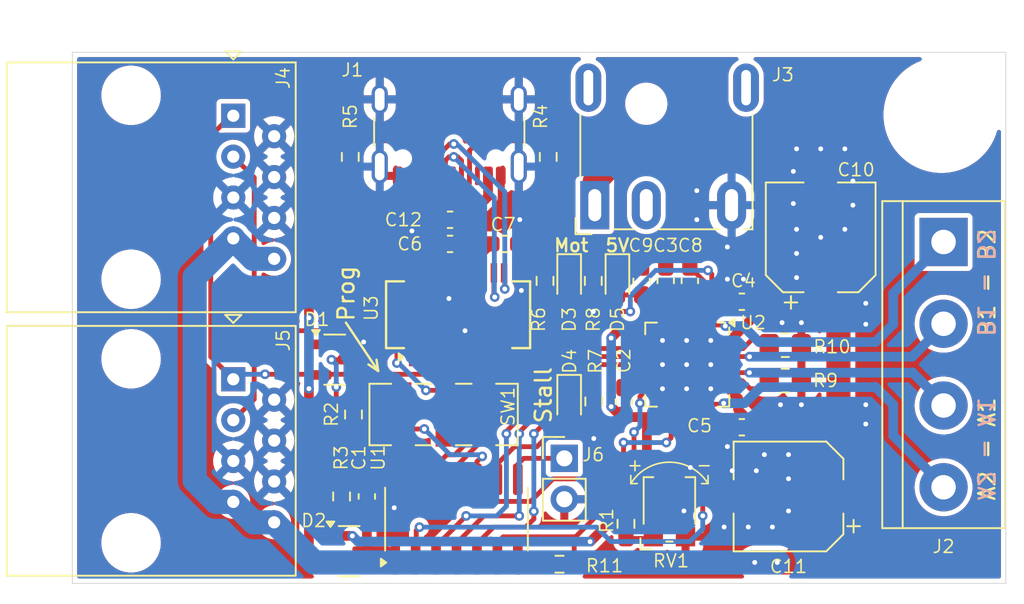
<source format=kicad_pcb>
(kicad_pcb (version 20240108) (generator "pcbnew") (generator_version "8.0")
  (layers (0 "F.Cu" signal) (31 "B.Cu" signal) (34 "B.Paste" user) (35 "F.Paste" user) (36 "B.SilkS" user "B.Silkscreen") (37 "F.SilkS" user "F.Silkscreen") (38 "B.Mask" user) (39 "F.Mask" user) (44 "Edge.Cuts" user))
  (net 0 "")
  (net 1 "GND")
  (net 2 "+5V")
  (net 3 "Net-(U2-VCP)")
  (net 4 "Vdrive")
  (net 5 "VBUS")
  (net 6 "Net-(U3-3V3OUT)")
  (net 7 "Net-(U2-CPO)")
  (net 8 "Net-(U2-CPI)")
  (net 9 "/host_rx")
  (net 10 "/uc_tx_pull")
  (net 11 "/mot_enable")
  (net 12 "VCC")
  (net 13 "Net-(D3-K)")
  (net 14 "/stall")
  (net 15 "Net-(D4-K)")
  (net 17 "Net-(J1-CC2)")
  (net 18 "/usb_n")
  (net 19 "/usb_p")
  (net 20 "Net-(J1-CC1)")
  (net 22 "/mot_a2")
  (net 23 "/mot_b2")
  (net 24 "/mot_a1")
  (net 25 "/mot_b1")
  (net 26 "/host_tx")
  (net 27 "/home")
  (net 28 "Net-(R1-Pad2)")
  (net 29 "/updi")
  (net 30 "Net-(SW1B-C)")
  (net 31 "Net-(U2-BRA)")
  (net 32 "Net-(U2-BRB)")
  (net 33 "/mot_uart")
  (net 34 "Net-(U1-PB2)")
  (net 35 "Net-(U2-VREF)")
  (net 36 "/uc_tx")
  (net 37 "/uc_rx")
  (net 38 "/dir")
  (net 39 "/step")
  (net 54 "/ms1")
  (net 55 "/ms2")
  (net 57 "Net-(D5-K)")
  (footprint "Package_TO_SOT_SMD:SOT-23" (layer "F.Cu") (at 53.3 48.1)
    (property "Reference" "D1")
    (property "Value" "BAT54C")
  )
  (footprint "Package_SO:SOIC-14_3.9x8.7mm_P1.27mm" (layer "F.Cu") (at 60.87 58.0075 90)
    (property "Reference" "U1")
    (property "Value" "ATtiny814-SS")
  )
  (footprint "LED_SMD:LED_0603_1608Metric_Pad1.05x0.95mm_HandSolder" (layer "F.Cu") (at 67.87 43.2075 -90)
    (property "Reference" "D3")
    (property "Value" "150060GS75000")
  )
  (footprint "Resistor_SMD:R_0603_1608Metric_Pad0.98x0.95mm_HandSolder" (layer "F.Cu") (at 66.37 43.2075 -90)
    (property "Reference" "R6")
    (property "Value" "10k")
  )
  (footprint "Capacitor_SMD:C_0603_1608Metric_Pad1.08x0.95mm_HandSolder" (layer "F.Cu") (at 55.3 56.6 -90)
    (property "Reference" "C1")
    (property "Value" "100n")
  )
  (footprint "Capacitor_SMD:C_0603_1608Metric_Pad1.08x0.95mm_HandSolder" (layer "F.Cu") (at 60.47 40.9075)
    (property "Reference" "C6")
    (property "Value" "100n")
  )
  (footprint "Resistor_SMD:R_0603_1608Metric_Pad0.98x0.95mm_HandSolder" (layer "F.Cu") (at 54.47 51.5075 90)
    (property "Reference" "R2")
    (property "Value" "1k")
  )
  (footprint "Resistor_SMD:R_0603_1608Metric_Pad0.98x0.95mm_HandSolder" (layer "F.Cu") (at 69.37 43.2075 -90)
    (property "Reference" "R8")
    (property "Value" "10k")
  )
  (footprint "Resistor_SMD:R_0603_1608Metric_Pad0.98x0.95mm_HandSolder" (layer "F.Cu") (at 71.4 58.3 -90)
    (property "Reference" "R1")
    (property "Value" "10k")
  )
  (footprint "Capacitor_SMD:C_0603_1608Metric_Pad1.08x0.95mm_HandSolder" (layer "F.Cu") (at 63.87 40.9075 180)
    (property "Reference" "C7")
    (property "Value" "100n")
  )
  (footprint "Package_TO_SOT_SMD:SOT-23" (layer "F.Cu") (at 54.2 60)
    (property "Reference" "D2")
    (property "Value" "BAT54C")
  )
  (footprint "Connector_BarrelJack:BarrelJack_CUI_PJ-079BH_Horizontal" (layer "F.Cu") (at 69.4625 38.5 180)
    (property "Reference" "J3")
    (property "Value" "Barrel_Jack")
  )
  (footprint "Resistor_SMD:R_0805_2012Metric_Pad1.20x1.40mm_HandSolder" (layer "F.Cu") (at 81.3 49.4)
    (property "Reference" "R9")
    (property "Value" "100m")
  )
  (footprint "Capacitor_SMD:C_0603_1608Metric_Pad1.08x0.95mm_HandSolder" (layer "F.Cu") (at 71.27 50.7 -90)
    (property "Reference" "C2")
    (property "Value" "100n")
  )
  (footprint "TerminalBlock:TerminalBlock_bornier-4_P5.08mm" (layer "F.Cu") (at 91.133782 40.788717 -90)
    (property "Reference" "J2")
    (property "Value" "Screw_Terminal_01x04")
  )
  (footprint "Connector_PinHeader_2.54mm:PinHeader_1x02_P2.54mm_Vertical" (layer "F.Cu") (at 67.57 54.2325)
    (property "Reference" "J6")
    (property "Value" "Conn_01x02")
  )
  (footprint "LED_SMD:LED_0603_1608Metric_Pad1.05x0.95mm_HandSolder" (layer "F.Cu") (at 70.87 43.2075 -90)
    (property "Reference" "D5")
    (property "Value" "150060GS75000")
  )
  (footprint "Package_DFN_QFN:QFN-28-1EP_5x5mm_P0.5mm_EP3.75x3.75mm" (layer "F.Cu") (at 75.2075 48.4075 -90)
    (property "Reference" "U2")
    (property "Value" "TMC2209-LA")
  )
  (footprint "Capacitor_SMD:C_0603_1608Metric_Pad1.08x0.95mm_HandSolder" (layer "F.Cu") (at 60.47 39.4075)
    (property "Reference" "C12")
    (property "Value" "2.2u")
  )
  (footprint "Capacitor_SMD:CP_Elec_6.3x9.9" (layer "F.Cu") (at 83.5 40.5 90)
    (property "Reference" "C10")
    (property "Value" "100u")
  )
  (footprint "Capacitor_SMD:C_0603_1608Metric_Pad1.08x0.95mm_HandSolder" (layer "F.Cu") (at 78.6 44.5)
    (property "Reference" "C4")
    (property "Value" "100n")
  )
  (footprint "Capacitor_SMD:C_0603_1608Metric_Pad1.08x0.95mm_HandSolder" (layer "F.Cu") (at 73.87 43.2075 90)
    (property "Reference" "C3")
    (property "Value" "100n")
  )
  (footprint "Capacitor_SMD:CP_Elec_6.3x9.9" (layer "F.Cu") (at 81.5 56.6 180)
    (property "Reference" "C11")
    (property "Value" "100u")
  )
  (footprint "Connector_RJ:RJ45_Amphenol_54602-x08_Horizontal" (layer "F.Cu") (at 47 32.945 -90)
    (property "Reference" "J4")
    (property "Value" "54602-908LF")
  )
  (footprint "Resistor_SMD:R_0805_2012Metric_Pad1.20x1.40mm_HandSolder" (layer "F.Cu") (at 81.3 47.2)
    (property "Reference" "R10")
    (property "Value" "100m")
  )
  (footprint "Package_SO:SSOP-20_3.9x8.7mm_P0.635mm" (layer "F.Cu") (at 60.97 45.3075 90)
    (property "Reference" "U3")
    (property "Value" "FT231XS")
  )
  (footprint "Resistor_SMD:R_0603_1608Metric_Pad0.98x0.95mm_HandSolder" (layer "F.Cu") (at 66.57 35.5 -90)
    (property "Reference" "R4")
    (property "Value" "5.1k")
  )
  (footprint "LED_SMD:LED_0603_1608Metric_Pad1.05x0.95mm_HandSolder" (layer "F.Cu") (at 67.87 50.7075 -90)
    (property "Reference" "D4")
    (property "Value" "150060GS75000")
  )
  (footprint "Resistor_SMD:R_0603_1608Metric_Pad0.98x0.95mm_HandSolder" (layer "F.Cu") (at 54.27 35.5 -90)
    (property "Reference" "R5")
    (property "Value" "5.1k")
  )
  (footprint "Connector_USB:USB_C_Receptacle_GCT_USB4105-xx-A_16P_TopMnt_Horizontal" (layer "F.Cu") (at 60.42 33 180)
    (property "Reference" "J1")
    (property "Value" "USB_C_Receptacle_USB2.0_16P")
  )
  (footprint "Resistor_SMD:R_0603_1608Metric_Pad0.98x0.95mm_HandSolder" (layer "F.Cu") (at 69.4 50.7 -90)
    (property "Reference" "R7")
    (property "Value" "10k")
  )
  (footprint "Resistor_SMD:R_0603_1608Metric_Pad0.98x0.95mm_HandSolder" (layer "F.Cu") (at 67.27 60.8075 180)
    (property "Reference" "R11")
    (property "Value" "1k")
  )
  (footprint "Potentiometer_SMD:Potentiometer_Bourns_TC33X_Vertical" (layer "F.Cu") (at 74.1 57.3 90)
    (property "Reference" "RV1")
    (property "Value" "10k")
  )
  (footprint "Button_Switch_SMD:SW_DPDT_CK_JS202011JCQN" (layer "F.Cu") (at 60.07 51.5075 180)
    (property "Reference" "SW1")
    (property "Value" "JS202011JCQN")
  )
  (footprint "MountingHole:MountingHole_3.2mm_M3_DIN965" (layer "F.Cu") (at 91 32.9)
    (property "Reference" "H1" (hide yes))
    (property "Value" "MountingHole")
  )
  (footprint "Capacitor_SMD:C_0603_1608Metric_Pad1.08x0.95mm_HandSolder" (layer "F.Cu") (at 72.37 43.2075 -90)
    (property "Reference" "C9")
    (property "Value" "2.2u")
  )
  (footprint "Capacitor_SMD:C_0603_1608Metric_Pad1.08x0.95mm_HandSolder" (layer "F.Cu") (at 78.6 52.3)
    (property "Reference" "C5")
    (property "Value" "100n")
  )
  (footprint "Resistor_SMD:R_0603_1608Metric_Pad0.98x0.95mm_HandSolder" (layer "F.Cu") (at 53.73 56.6 90)
    (property "Reference" "R3")
    (property "Value" "10k")
  )
  (footprint "Capacitor_SMD:C_0603_1608Metric_Pad1.08x0.95mm_HandSolder" (layer "F.Cu") (at 75.37 43.2075 -90)
    (property "Reference" "C8")
    (property "Value" "22n")
  )
  (footprint "Connector_RJ:RJ45_Amphenol_54602-x08_Horizontal" (layer "F.Cu") (at 47 49.3175 -90)
    (property "Reference" "J5")
    (property "Value" "54602-908LF")
  )
  (gr_line (start 56 48.8) (end 55.9 48.1) (stroke (width 0.15)) (layer "F.SilkS"))
  (gr_line (start 76.5 55.8) (end 76.1 55.8) (stroke (width 0.1)) (layer "F.SilkS"))
  (gr_line (start 56 48.8) (end 55.4 48.4) (stroke (width 0.15)) (layer "F.SilkS"))
  (gr_line (start 76.5 55.8) (end 76.5 55.3) (stroke (width 0.1)) (layer "F.SilkS"))
  (gr_line (start 71.7 55.8) (end 72.1 55.8) (stroke (width 0.1)) (layer "F.SilkS"))
  (gr_line (start 71.7 55.8) (end 71.7 55.3) (stroke (width 0.1)) (layer "F.SilkS"))
  (gr_arc (start 71.7 55.8) (mid 74.1 54.469806) (end 76.5 55.8) (stroke (width 0.1)) (layer "F.SilkS"))
  (gr_line (start 54 45.8) (end 56 48.8) (stroke (width 0.15)) (layer "F.SilkS"))
  (gr_line (start 37 62) (end 37 29) (stroke (width 0.05)) (layer "Edge.Cuts"))
  (gr_line (start 95 62) (end 37 62) (stroke (width 0.05)) (layer "Edge.Cuts"))
  (gr_line (start 95 29) (end 95 62) (stroke (width 0.05)) (layer "Edge.Cuts"))
  (gr_line (start 37 29) (end 95 29) (stroke (width 0.05)) (layer "Edge.Cuts"))
  (gr_text "+" (at 71.4 55.1 0) (layer "F.SilkS") (effects (font (size 0.8 0.8) (thickness 0.1)) (justify left bottom)))
  (gr_text "Prog" (at 54.6 45.8 90) (layer "F.SilkS") (effects (font (size 1 1)) (justify left bottom)))
  (gr_text "-" (at 75.7 55.1 0) (layer "F.SilkS") (effects (font (size 0.8 0.8) (thickness 0.1)) (justify left bottom)))
  (segment (start 74.2075 49.4075) (end 75.2075 48.4075) (width 0.3) (layer "F.Cu") (net 1))
  (segment (start 75.7075 47.9075) (end 75.2075 48.4075) (width 0.3) (layer "F.Cu") (net 1))
  (segment (start 71.8075 49.4075) (end 71.27 49.945) (width 0.3) (layer "F.Cu") (net 1))
  (segment (start 69.37 44.12) (end 69.37 45.1075) (width 0.6) (layer "F.Cu") (net 1))
  (segment (start 55.3 55.7375) (end 55.505 55.5325) (width 0.6) (layer "F.Cu") (net 1))
  (segment (start 72.745 49.4075) (end 71.8075 49.4075) (width 0.3) (layer "F.Cu") (net 1))
  (segment (start 75.7075 45.945) (end 75.7075 47.9075) (width 0.3) (layer "F.Cu") (net 1))
  (segment (start 55.505 55.5325) (end 57.06 55.5325) (width 0.6) (layer "F.Cu") (net 1))
  (segment (start 75.2075 50.87) (end 75.2075 48.4075) (width 0.3) (layer "F.Cu") (net 1))
  (segment (start 72.745 49.4075) (end 74.2075 49.4075) (width 0.3) (layer "F.Cu") (net 1))
  (via (at 82 35) (size 0.6) (drill 0.3) (layers "F.Cu" "B.Cu") (net 1))
  (via (at 82.3 45.8) (size 0.6) (drill 0.3) (layers "F.Cu" "B.Cu") (net 1))
  (via (at 55.1 47) (size 0.6) (drill 0.3) (layers "F.Cu" "B.Cu") (net 1))
  (via (at 86.3 45.9) (size 0.6) (drill 0.3) (layers "F.Cu" "B.Cu") (net 1))
  (via (at 85.5 38.5) (size 0.6) (drill 0.3) (layers "F.Cu" "B.Cu") (net 1))
  (via (at 81.5 55.5) (size 0.6) (drill 0.3) (layers "F.Cu" "B.Cu") (net 1))
  (via (at 86.3 52.1) (size 0.6) (drill 0.3) (layers "F.Cu" "B.Cu") (net 1))
  (via (at 76.67 48.4075) (size 0.6) (drill 0.3) (layers "F.Cu" "B.Cu") (net 1))
  (via (at 79.5 55) (size 0.6) (drill 0.3) (layers "F.Cu" "B.Cu") (net 1))
  (via (at 81.8 38.4) (size 0.6) (drill 0.3) (layers "F.Cu" "B.Cu") (net 1))
  (via (at 57 57.3) (size 0.6) (drill 0.3) (layers "F.Cu" "B.Cu") (net 1))
  (via (at 83.5 40.5) (size 0.6) (drill 0.3) (layers "F.Cu" "B.Cu") (net 1))
  (via (at 81.8 36.4) (size 0.6) (drill 0.3) (layers "F.Cu" "B.Cu") (net 1))
  (via (at 69.37 45.1075) (size 0.6) (drill 0.3) (layers "F.Cu" "B.Cu") (net 1))
  (via (at 77.5 58.5) (size 0.6) (drill 0.3) (layers "F.Cu" "B.Cu") (net 1))
  (via (at 75.8 39.4) (size 0.6) (drill 0.3) (layers "F.Cu" "B.Cu") (net 1))
  (via (at 58.1 40.1) (size 0.6) (drill 0.3) (layers "F.Cu" "B.Cu") (net 1))
  (via (at 81 50.9) (size 0.6) (drill 0.3) (layers "F.Cu" "B.Cu") (net 1))
  (via (at 81.5 54) (size 0.6) (drill 0.3) (layers "F.Cu" "B.Cu") (net 1))
  (via (at 75.17 48.4075) (size 0.6) (drill 0.3) (layers "F.Cu" "B.Cu") (net 1))
  (via (at 82 43) (size 0.6) (drill 0.3) (layers "F.Cu" "B.Cu") (net 1))
  (via (at 78 55) (size 0.6) (drill 0.3) (layers "F.Cu" "B.Cu") (net 1))
  (via (at 75.17 46.9075) (size 0.6) (drill 0.3) (layers "F.Cu" "B.Cu") (net 1))
  (via (at 73.67 46.9075) (size 0.6) (drill 0.3) (layers "F.Cu" "B.Cu") (net 1))
  (via (at 64.8 39.4) (size 0.6) (drill 0.3) (layers "F.Cu" "B.Cu") (net 1))
  (via (at 79 58.5) (size 0.6) (drill 0.3) (layers "F.Cu" "B.Cu") (net 1))
  (via (at 80 54) (size 0.6) (drill 0.3) (layers "F.Cu" "B.Cu") (net 1))
  (via (at 75 57.5) (size 0.6) (drill 0.3) (layers "F.Cu" "B.Cu") (net 1))
  (via (at 77.7 41.1) (size 0.6) (drill 0.3) (layers "F.Cu" "B.Cu") (net 1))
  (via (at 85 35) (size 0.6) (drill 0.3) (layers "F.Cu" "B.Cu") (net 1))
  (via (at 75.17 49.9075) (size 0.6) (drill 0.3) (layers "F.Cu" "B.Cu") (net 1))
  (via (at 82.3 50.9) (size 0.6) (drill 0.3) (layers "F.Cu" "B.Cu") (net 1))
  (via (at 81.5 57.5) (size 0.6) (drill 0.3) (layers "F.Cu" "B.Cu") (net 1))
  (via (at 73.67 48.4075) (size 0.6) (drill 0.3) (layers "F.Cu" "B.Cu") (net 1))
  (via (at 76.67 49.9075) (size 0.6) (drill 0.3) (layers "F.Cu" "B.Cu") (net 1))
  (via (at 80.5 58.5) (size 0.6) (drill 0.3) (layers "F.Cu" "B.Cu") (net 1))
  (via (at 73.67 49.9075) (size 0.6) (drill 0.3) (layers "F.Cu" "B.Cu") (net 1))
  (via (at 61.4 46.3) (size 0.6) (drill 0.3) (layers "F.Cu" "B.Cu") (net 1))
  (via (at 75.8 37.6) (size 0.6) (drill 0.3) (layers "F.Cu" "B.Cu") (net 1))
  (via (at 86.3 44.6) (size 0.6) (drill 0.3) (layers "F.Cu" "B.Cu") (net 1))
  (via (at 69.4 53) (size 0.6) (drill 0.3) (layers "F.Cu" "B.Cu") (net 1))
  (via (at 77.7 43.1) (size 0.6) (drill 0.3) (layers "F.Cu" "B.Cu") (net 1))
  (via (at 82 41.5) (size 0.6) (drill 0.3) (layers "F.Cu" "B.Cu") (net 1))
  (via (at 81.1 45.8) (size 0.6) (drill 0.3) (layers "F.Cu" "B.Cu") (net 1))
  (via (at 83.5 35) (size 0.6) (drill 0.3) (layers "F.Cu" "B.Cu") (net 1))
  (via (at 77.7 53.5) (size 0.6) (drill 0.3) (layers "F.Cu" "B.Cu") (net 1))
  (via (at 82 40) (size 0.6) (drill 0.3) (layers "F.Cu" "B.Cu") (net 1))
  (via (at 85.5 37) (size 0.6) (drill 0.3) (layers "F.Cu" "B.Cu") (net 1))
  (via (at 86.3 50.9) (size 0.6) (drill 0.3) (layers "F.Cu" "B.Cu") (net 1))
  (via (at 85 40) (size 0.6) (drill 0.3) (layers "F.Cu" "B.Cu") (net 1))
  (via (at 64.9 43.8) (size 0.6) (drill 0.3) (layers "F.Cu" "B.Cu") (net 1))
  (via (at 78.7 43.1) (size 0.6) (drill 0.3) (layers "F.Cu" "B.Cu") (net 1))
  (via (at 76.67 46.9075) (size 0.6) (drill 0.3) (layers "F.Cu" "B.Cu") (net 1))
  (via (at 60.4 44.3) (size 0.6) (drill 0.3) (layers "F.Cu" "B.Cu") (net 1))
  (via (at 75.4 54.8) (size 0.6) (drill 0.3) (layers "F.Cu" "B.Cu") (net 1))
  (segment (start 72.8075 44.945) (end 72.8075 46.1075) (width 0.6) (layer "F.Cu") (net 2))
  (segment (start 54.4 59.05) (end 53.2625 59.05) (width 0.6) (layer "F.Cu") (net 2))
  (segment (start 72.37 44.5075) (end 72.8075 44.945) (width 0.6) (layer "F.Cu") (net 2))
  (segment (start 70.48019 51.01769) (end 71.1325 51.67) (width 0.6) (layer "F.Cu") (net 2))
  (segment (start 70.87 44.0825) (end 72.3575 44.0825) (width 0.3) (layer "F.Cu") (net 2))
  (segment (start 71.13019 46.1075) (end 72.8075 46.1075) (width 0.6) (layer "F.Cu") (net 2))
  (segment (start 72.8075 51.67) (end 73.47 51.0075) (width 0.6) (layer "F.Cu") (net 2))
  (segment (start 72.3575 44.0825) (end 72.37 44.07) (width 0.3) (layer "F.Cu") (net 2))
  (segment (start 69.1925 59.4075) (end 72.7 55.9) (width 0.6) (layer "F.Cu") (net 2))
  (segment (start 72.7 55.9) (end 72.7 51.67) (width 0.6) (layer "F.Cu") (net 2))
  (segment (start 70.48019 46.7575) (end 71.13019 46.1075) (width 0.6) (layer "F.Cu") (net 2))
  (segment (start 72.7 51.67) (end 71.27 51.67) (width 0.6) (layer "F.Cu") (net 2))
  (segment (start 71.27 51.67) (end 72.8075 51.67) (width 0.6) (layer "F.Cu") (net 2))
  (segment (start 71.1325 51.67) (end 71.27 51.67) (width 0.6) (layer "F.Cu") (net 2))
  (segment (start 69.17 59.4075) (end 69.1925 59.4075) (width 0.6) (layer "F.Cu") (net 2))
  (segment (start 72.8075 46.1075) (end 72.8075 46.7075) (width 0.6) (layer "F.Cu") (net 2))
  (segment (start 72.37 44.07) (end 72.37 44.5075) (width 0.6) (layer "F.Cu") (net 2))
  (via (at 70.48019 46.7575) (size 0.6) (drill 0.3) (layers "F.Cu" "B.Cu") (net 2))
  (via (at 70.48019 51.01769) (size 0.6) (drill 0.3) (layers "F.Cu" "B.Cu") (net 2))
  (via (at 69.17 59.4075) (size 0.6) (drill 0.3) (layers "F.Cu" "B.Cu") (net 2))
  (via (at 54.4 59.05) (size 0.6) (drill 0.3) (layers "F.Cu" "B.Cu") (net 2))
  (segment (start 54.75 59.4) (end 63 59.4) (width 0.6) (layer "B.Cu") (net 2))
  (segment (start 70.48019 46.7575) (end 70.48019 51.01769) (width 0.6) (layer "B.Cu") (net 2))
  (segment (start 54.4 59.05) (end 54.75 59.4) (width 0.6) (layer "B.Cu") (net 2))
  (segment (start 63 59.4) (end 63.0075 59.4075) (width 0.6) (layer "B.Cu") (net 2))
  (segment (start 63.0075 59.4075) (end 69.17 59.4075) (width 0.6) (layer "B.Cu") (net 2))
  (segment (start 74.2075 44.4075) (end 73.87 44.07) (width 0.3) (layer "F.Cu") (net 3))
  (segment (start 73.77 44.17) (end 73.87 44.07) (width 0.3) (layer "F.Cu") (net 3))
  (segment (start 74.2075 45.945) (end 74.2075 44.4075) (width 0.3) (layer "F.Cu") (net 3))
  (segment (start 83.8 58.6) (end 81.7 60.7) (width 1.5) (layer "F.Cu") (net 4))
  (segment (start 78.37 51.2075) (end 78.37 50.5075) (width 0.6) (layer "F.Cu") (net 4))
  (segment (start 79.4625 45.315) (end 78.07 46.7075) (width 0.6) (layer "F.Cu") (net 4))
  (segment (start 84.6 51.5) (end 84.6 45.2) (width 1.5) (layer "F.Cu") (net 4))
  (segment (start 83.85 56.35) (end 83.8 56.4) (width 1.5) (layer "F.Cu") (net 4))
  (segment (start 83.9 44.5) (end 79.4625 44.5) (width 1.5) (layer "F.Cu") (net 4))
  (segment (start 73.9 35.6) (end 70.9 35.6) (width 1.5) (layer "F.Cu") (net 4))
  (segment (start 83.8 56.4) (end 83.8 58.6) (width 1.5) (layer "F.Cu") (net 4))
  (segment (start 73.87 42.345) (end 74.1 42.115) (width 0.3) (layer "F.Cu") (net 4))
  (segment (start 79.4625 44.5) (end 80.4 43.5625) (width 1.5) (layer "F.Cu") (net 4))
  (segment (start 80.8 60.7) (end 79.4 60.7) (width 1.5) (layer "F.Cu") (net 4))
  (segment (start 80.4 43.5625) (end 80.4 36.8) (width 1.5) (layer "F.Cu") (net 4))
  (segment (start 80.4 36.8) (end 79.2 35.6) (width 1.5) (layer "F.Cu") (net 4))
  (segment (start 74.1 42.115) (end 74.1 35.8) (width 0.3) (layer "F.Cu") (net 4))
  (segment (start 83.8 52.3) (end 84.6 51.5) (width 1.5) (layer "F.Cu") (net 4))
  (segment (start 81.7 60.7) (end 80.8 60.7) (width 1.5) (layer "F.Cu") (net 4))
  (segment (start 79.2 35.6) (end 73.9 35.6) (width 1.5) (layer "F.Cu") (net 4))
  (segment (start 83.8 52.3) (end 83.85 52.35) (width 1.5) (layer "F.Cu") (net 4))
  (segment (start 69.4625 37.0375) (end 69.4625 38.5) (width 1.5) (layer "F.Cu") (net 4))
  (segment (start 79.4625 44.5) (end 79.4625 45.315) (width 0.6) (layer "F.Cu") (net 4))
  (segment (start 83.85 52.35) (end 83.85 56.35) (width 1.5) (layer "F.Cu") (net 4))
  (segment (start 83.8 52.3) (end 79.4625 52.3) (width 1) (layer "F.Cu") (net 4))
  (segment (start 79.4625 52.3) (end 78.37 51.2075) (width 0.6) (layer "F.Cu") (net 4))
  (segment (start 74.1 35.8) (end 73.9 35.6) (width 0.3) (layer "F.Cu") (net 4))
  (segment (start 84.6 45.2) (end 83.9 44.5) (width 1.5) (layer "F.Cu") (net 4))
  (segment (start 70.9 35.6) (end 69.4625 37.0375) (width 1.5) (layer "F.Cu") (net 4))
  (segment (start 78.37 50.5075) (end 77.97 50.1075) (width 0.6) (layer "F.Cu") (net 4))
  (via (at 80.8 60.7) (size 0.6) (drill 0.3) (layers "F.Cu" "B.Cu") (net 4))
  (via (at 79.4 60.7) (size 0.6) (drill 0.3) (layers "F.Cu" "B.Cu") (net 4))
  (segment (start 48.235 41.835) (end 49.54 41.835) (width 1.5) (layer "B.Cu") (net 4))
  (segment (start 47 40.565) (end 47 40.6) (width 1.5) (layer "B.Cu") (net 4))
  (segment (start 80.8775 60.7) (end 52.0325 60.7) (width 1.5) (layer "B.Cu") (net 4))
  (segment (start 45.9375 56.9375) (end 44.6 55.6) (width 1.5) (layer "B.Cu") (net 4))
  (segment (start 52.0325 60.7) (end 49.54 58.2075) (width 1.5) (layer "B.Cu") (net 4))
  (segment (start 48.27 58.2075) (end 47 56.9375) (width 1.5) (layer "B.Cu") (net 4))
  (segment (start 49.54 58.2075) (end 48.27 58.2075) (width 1.5) (layer "B.Cu") (net 4))
  (segment (start 44.6 42.965) (end 47 40.565) (width 1.5) (layer "B.Cu") (net 4))
  (segment (start 47 56.9375) (end 45.9375 56.9375) (width 1.5) (layer "B.Cu") (net 4))
  (segment (start 44.6 55.6) (end 44.6 42.965) (width 1.5) (layer "B.Cu") (net 4))
  (segment (start 47 40.6) (end 48.235 41.835) (width 1.5) (layer "B.Cu") (net 4))
  (segment (start 53.0275 38.3725) (end 58.735 38.3725) (width 0.6) (layer "F.Cu") (net 5))
  (segment (start 58.0325 37.67) (end 58.735 38.3725) (width 0.6) (layer "F.Cu") (net 5))
  (segment (start 58.735 38.3725) (end 61.37 38.3725) (width 0.6) (layer "F.Cu") (net 5))
  (segment (start 61.3325 38.41) (end 61.37 38.3725) (width 0.6) (layer "F.Cu") (net 5))
  (segment (start 51.7 60.4) (end 51.7 49.9) (width 0.6) (layer "F.Cu") (net 5))
  (segment (start 62.4325 38.3725) (end 62.8325 37.9725) (width 0.6) (layer "F.Cu") (net 5))
  (segment (start 51.7 39.7) (end 53.0275 38.3725) (width 0.6) (layer "F.Cu") (net 5))
  (segment (start 61.2875 42.7075) (end 61.2875 40.9525) (width 0.3) (layer "F.Cu") (net 5))
  (segment (start 61.2875 40.9525) (end 61.3325 40.9075) (width 0.3) (layer "F.Cu") (net 5))
  (segment (start 62.8325 37.9725) (end 62.8325 36.555) (width 0.6) (layer "F.Cu") (net 5))
  (segment (start 58.0325 36.555) (end 58.0325 37.67) (width 0.6) (layer "F.Cu") (net 5))
  (segment (start 61.3325 40.9075) (end 61.3325 39.4075) (width 0.6) (layer "F.Cu") (net 5))
  (segment (start 52.25 60.95) (end 51.7 60.4) (width 0.6) (layer "F.Cu") (net 5))
  (segment (start 61.37 38.3725) (end 62.4325 38.3725) (width 0.6) (layer "F.Cu") (net 5))
  (segment (start 53.2625 60.95) (end 52.25 60.95) (width 0.6) (layer "F.Cu") (net 5))
  (segment (start 51.7 45.5) (end 51.7 39.7) (width 0.6) (layer "F.Cu") (net 5))
  (segment (start 61.3325 39.4075) (end 61.3325 38.41) (width 0.6) (layer "F.Cu") (net 5))
  (via (at 51.7 45.5) (size 0.6) (drill 0.3) (layers "F.Cu" "B.Cu") (net 5))
  (via (at 51.7 49.9) (size 0.6) (drill 0.3) (layers "F.Cu" "B.Cu") (net 5))
  (segment (start 51.7 49.9) (end 51.7 45.5) (width 0.6) (layer "B.Cu") (net 5))
  (segment (start 62.27 42.5075) (end 62.27 41.645) (width 0.6) (layer "F.Cu") (net 6))
  (segment (start 62.27 42.5075) (end 62.27 43.9075) (width 0.3) (layer "F.Cu") (net 6))
  (segment (start 59.3825 46.795) (end 59.3825 47.9075) (width 0.3) (layer "F.Cu") (net 6))
  (segment (start 62.27 41.645) (end 63.0075 40.9075) (width 0.6) (layer "F.Cu") (net 6))
  (segment (start 62.27 43.9075) (end 59.3825 46.795) (width 0.3) (layer "F.Cu") (net 6))
  (segment (start 75.37 42.345) (end 76.2325 43.2075) (width 0.3) (layer "F.Cu") (net 7))
  (segment (start 76.2325 44.582432) (end 75.807432 45.0075) (width 0.3) (layer "F.Cu") (net 7))
  (segment (start 76.2325 43.2075) (end 76.2325 44.582432) (width 0.3) (layer "F.Cu") (net 7))
  (segment (start 75.2075 45.27) (end 75.2075 45.945) (width 0.3) (layer "F.Cu") (net 7))
  (segment (start 75.807432 45.0075) (end 75.47 45.0075) (width 0.3) (layer "F.Cu") (net 7))
  (segment (start 75.47 45.0075) (end 75.2075 45.27) (width 0.3) (layer "F.Cu") (net 7))
  (segment (start 74.7075 45.945) (end 74.7075 44.7325) (width 0.3) (layer "F.Cu") (net 8))
  (segment (start 74.7075 44.7325) (end 75.37 44.07) (width 0.3) (layer "F.Cu") (net 8))
  (segment (start 45.6 34.2) (end 45.6 47.9175) (width 0.3) (layer "F.Cu") (net 9))
  (segment (start 46.855 32.945) (end 45.6 34.2) (width 0.3) (layer "F.Cu") (net 9))
  (segment (start 45.6 47.9175) (end 47 49.3175) (width 0.3) (layer "F.Cu") (net 9))
  (segment (start 52.5 49.1875) (end 52.3625 49.05) (width 0.3) (layer "F.Cu") (net 9))
  (segment (start 60.0175 48.66) (end 59.67 49.0075) (width 0.3) (layer "F.Cu") (net 9))
  (segment (start 52.5 54.4575) (end 52.5 49.1875) (width 0.3) (layer "F.Cu") (net 9))
  (segment (start 59.67 49.0075) (end 52.67 49.0075) (width 0.3) (layer "F.Cu") (net 9))
  (segment (start 53.73 55.6875) (end 52.5 54.4575) (width 0.3) (layer "F.Cu") (net 9))
  (segment (start 47 32.945) (end 46.855 32.945) (width 0.3) (layer "F.Cu") (net 9))
  (segment (start 60.0175 47.9075) (end 60.0175 48.66) (width 0.3) (layer "F.Cu") (net 9))
  (segment (start 48.97 49.0075) (end 52.67 49.0075) (width 0.3) (layer "F.Cu") (net 9))
  (via (at 48.97 49.0075) (size 0.6) (drill 0.3) (layers "F.Cu" "B.Cu") (net 9))
  (segment (start 47.31 49.0075) (end 47 49.3175) (width 0.3) (layer "B.Cu") (net 9))
  (segment (start 48.97 49.0075) (end 47.31 49.0075) (width 0.3) (layer "B.Cu") (net 9))
  (segment (start 53.4 50.9) (end 53.4 49.8) (width 0.3) (layer "F.Cu") (net 10))
  (segment (start 59.2 51.5) (end 54 51.5) (width 0.3) (layer "F.Cu") (net 10))
  (segment (start 60.07 52.37) (end 59.2 51.5) (width 0.3) (layer "F.Cu") (net 10))
  (segment (start 54 51.5) (end 53.4 50.9) (width 0.3) (layer "F.Cu") (net 10))
  (segment (start 53.1 48.1) (end 54.2375 48.1) (width 0.3) (layer "F.Cu") (net 10))
  (segment (start 60.07 52.7075) (end 60.07 52.37) (width 0.3) (layer "F.Cu") (net 10))
  (via (at 53.4 49.8) (size 0.6) (drill 0.3) (layers "F.Cu" "B.Cu") (net 10))
  (via (at 53.1 48.1) (size 0.6) (drill 0.3) (layers "F.Cu" "B.Cu") (net 10))
  (segment (start 53.4 48.4) (end 53.4 49.8) (width 0.3) (layer "B.Cu") (net 10))
  (segment (start 53.1 48.1) (end 53.4 48.4) (width 0.3) (layer "B.Cu") (net 10))
  (segment (start 76.49554 42.5513) (end 76.7325 42.78826) (width 0.3) (layer "F.Cu") (net 11))
  (segment (start 76.2075 45.472404) (end 76.2075 45.945) (width 0.3) (layer "F.Cu") (net 11))
  (segment (start 68.850762 46.9075) (end 70.650762 45.1075) (width 0.3) (layer "F.Cu") (net 11))
  (segment (start 65.17 51.3575) (end 65.17 48.200394) (width 0.3) (layer "F.Cu") (net 11))
  (segment (start 65.17 48.200394) (end 66.462894 46.9075) (width 0.3) (layer "F.Cu") (net 11))
  (segment (start 67.87 44.0825) (end 67.87 46.9075) (width 0.3) (layer "F.Cu") (net 11))
  (segment (start 61.47 57.8075) (end 59.6 59.6775) (width 0.3) (layer "F.Cu") (net 11))
  (segment (start 76.7325 44.947404) (end 76.2075 45.472404) (width 0.3) (layer "F.Cu") (net 11))
  (segment (start 63.97 52.5575) (end 65.17 51.3575) (width 0.3) (layer "F.Cu") (net 11))
  (segment (start 66.462894 46.9075) (end 67.87 46.9075) (width 0.3) (layer "F.Cu") (net 11))
  (segment (start 70.650762 45.1075) (end 71.67 45.1075) (width 0.3) (layer "F.Cu") (net 11))
  (segment (start 67.87 46.9075) (end 68.850762 46.9075) (width 0.3) (layer "F.Cu") (net 11))
  (segment (start 63.97 52.7075) (end 63.97 52.5575) (width 0.3) (layer "F.Cu") (net 11))
  (segment (start 59.6 59.6775) (end 59.6 60.4825) (width 0.3) (layer "F.Cu") (net 11))
  (segment (start 76.7325 42.78826) (end 76.7325 44.947404) (width 0.3) (layer "F.Cu") (net 11))
  (via (at 61.47 57.8075) (size 0.6) (drill 0.3) (layers "F.Cu" "B.Cu") (net 11))
  (via (at 63.97 52.7075) (size 0.6) (drill 0.3) (layers "F.Cu" "B.Cu") (net 11))
  (via (at 71.67 45.1075) (size 0.6) (drill 0.3) (layers "F.Cu" "B.Cu") (net 11))
  (via (at 76.49554 42.5513) (size 0.6) (drill 0.3) (layers "F.Cu" "B.Cu") (net 11))
  (segment (start 63.37 57.8075) (end 63.97 57.2075) (width 0.3) (layer "B.Cu") (net 11))
  (segment (start 76.49554 42.5513) (end 73.2487 42.5513) (width 0.3) (layer "B.Cu") (net 11))
  (segment (start 73.2487 42.5513) (end 71.67 44.13) (width 0.3) (layer "B.Cu") (net 11))
  (segment (start 61.47 57.8075) (end 63.37 57.8075) (width 0.3) (layer "B.Cu") (net 11))
  (segment (start 71.67 44.13) (end 71.67 45.1075) (width 0.3) (layer "B.Cu") (net 11))
  (segment (start 63.97 57.2075) (end 63.97 52.7075) (width 0.3) (layer "B.Cu") (net 11))
  (segment (start 56.5775 60) (end 57.06 60.4825) (width 0.6) (layer "F.Cu") (net 12))
  (segment (start 55.1375 60) (end 56.5775 60) (width 0.6) (layer "F.Cu") (net 12))
  (segment (start 57.07 60.4725) (end 57.06 60.4825) (width 0.6) (layer "F.Cu") (net 12))
  (segment (start 55.3 57.4625) (end 53.78 57.4625) (width 0.6) (layer "F.Cu") (net 12))
  (segment (start 55.3 59.8375) (end 55.3 57.4625) (width 0.6) (layer "F.Cu") (net 12))
  (segment (start 53.78 57.4625) (end 53.73 57.5125) (width 0.6) (layer "F.Cu") (net 12))
  (segment (start 55.1375 60) (end 55.3 59.8375) (width 0.6) (layer "F.Cu") (net 12))
  (segment (start 67.87 42.3325) (end 66.4075 42.3325) (width 0.3) (layer "F.Cu") (net 13))
  (segment (start 66.4075 42.3325) (end 66.37 42.295) (width 0.3) (layer "F.Cu") (net 13))
  (segment (start 66.67 52.7075) (end 65.87 53.5075) (width 0.3) (layer "F.Cu") (net 14))
  (segment (start 67.8525 51.6) (end 66.67 51.6) (width 0.3) (layer "F.Cu") (net 14))
  (segment (start 64.47 53.5075) (end 63.41 54.5675) (width 0.3) (layer "F.Cu") (net 14))
  (segment (start 72.745 48.4075) (end 67.084212 48.4075) (width 0.3) (layer "F.Cu") (net 14))
  (segment (start 66.67 51.4) (end 66.67 52.7075) (width 0.3) (layer "F.Cu") (net 14))
  (segment (start 66.67 51.4) (end 66.67 48.821712) (width 0.3) (layer "F.Cu") (net 14))
  (segment (start 65.87 53.5075) (end 64.47 53.5075) (width 0.3) (layer "F.Cu") (net 14))
  (segment (start 67.084212 48.4075) (end 66.67 48.821712) (width 0.3) (layer "F.Cu") (net 14))
  (segment (start 67.87 51.5825) (end 67.8525 51.6) (width 0.3) (layer "F.Cu") (net 14))
  (segment (start 63.41 54.5675) (end 63.41 55.5325) (width 0.3) (layer "F.Cu") (net 14))
  (segment (start 67.87 49.8325) (end 67.915 49.7875) (width 0.3) (layer "F.Cu") (net 15))
  (segment (start 67.915 49.7875) (end 69.4 49.7875) (width 0.3) (layer "F.Cu") (net 15))
  (segment (start 58.6825 36.7975) (end 58.6825 35.12) (width 0.3) (layer "F.Cu") (net 17))
  (segment (start 58.0625 34.5) (end 54.665 34.5) (width 0.3) (layer "F.Cu") (net 17))
  (segment (start 58.6825 35.12) (end 58.0625 34.5) (width 0.3) (layer "F.Cu") (net 17))
  (segment (start 54.665 34.5) (end 54.27 34.895) (width 0.3) (layer "F.Cu") (net 17))
  (segment (start 63.1925 42.7075) (end 63.1925 44.154455) (width 0.3) (layer "F.Cu") (net 18))
  (segment (start 60.9525 35.5) (end 61.1825 35.73) (width 0.3) (layer "F.Cu") (net 18))
  (segment (start 61.1825 35.73) (end 61.1825 36.7975) (width 0.3) (layer "F.Cu") (net 18))
  (segment (start 60.1825 35.7175) (end 60.1825 36.7975) (width 0.3) (layer "F.Cu") (net 18))
  (segment (start 60.7 35.5) (end 60.4 35.5) (width 0.3) (layer "F.Cu") (net 18))
  (segment (start 60.7 35.5) (end 60.9525 35.5) (width 0.3) (layer "F.Cu") (net 18))
  (segment (start 60.4 35.5) (end 60.1825 35.7175) (width 0.3) (layer "F.Cu") (net 18))
  (segment (start 63.1925 44.154455) (end 63.245303 44.207258) (width 0.3) (layer "F.Cu") (net 18))
  (via (at 60.7 35.5) (size 0.6) (drill 0.3) (layers "F.Cu" "B.Cu") (net 18))
  (via (at 63.245303 44.207258) (size 0.6) (drill 0.3) (layers "F.Cu" "B.Cu") (net 18))
  (segment (start 63.22 44.181955) (end 63.245303 44.207258) (width 0.3) (layer "B.Cu") (net 18))
  (segment (start 60.7 35.5) (end 63.22 38.02) (width 0.3) (layer "B.Cu") (net 18))
  (segment (start 63.22 38.02) (end 63.22 44.181955) (width 0.3) (layer "B.Cu") (net 18))
  (segment (start 59.8025 37.6) (end 60.5625 37.6) (width 0.3) (layer "F.Cu") (net 19))
  (segment (start 63.87 42.75) (end 63.8275 42.7075) (width 0.3) (layer "F.Cu") (net 19))
  (segment (start 59.6825 37.48) (end 59.8025 37.6) (width 0.3) (layer "F.Cu") (net 19))
  (segment (start 63.87 43.7075) (end 63.87 42.75) (width 0.3) (layer "F.Cu") (net 19))
  (segment (start 60.450003 34.699997) (end 59.6825 35.4675) (width 0.3) (layer "F.Cu") (net 19))
  (segment (start 60.5625 37.6) (end 60.6825 37.48) (width 0.3) (layer "F.Cu") (net 19))
  (segment (start 60.6825 37.48) (end 60.6825 36.7975) (width 0.3) (layer "F.Cu") (net 19))
  (segment (start 59.6825 35.4675) (end 59.6825 37.48) (width 0.3) (layer "F.Cu") (net 19))
  (segment (start 60.7 34.699997) (end 60.450003 34.699997) (width 0.3) (layer "F.Cu") (net 19))
  (via (at 63.87 43.7075) (size 0.6) (drill 0.3) (layers "F.Cu" "B.Cu") (net 19))
  (via (at 60.7 34.699997) (size 0.6) (drill 0.3) (layers "F.Cu" "B.Cu") (net 19))
  (segment (start 60.7 34.699997) (end 60.899997 34.699997) (width 0.3) (layer "B.Cu") (net 19))
  (segment (start 63.87 37.67) (end 63.87 43.7075) (width 0.3) (layer "B.Cu") (net 19))
  (segment (start 60.899997 34.699997) (end 63.87 37.67) (width 0.3) (layer "B.Cu") (net 19))
  (segment (start 66.175 34.5) (end 66.57 34.895) (width 0.3) (layer "F.Cu") (net 20))
  (segment (start 61.6825 35.095) (end 62.2775 34.5) (width 0.3) (layer "F.Cu") (net 20))
  (segment (start 62.2775 34.5) (end 66.175 34.5) (width 0.3) (layer "F.Cu") (net 20))
  (segment (start 61.6825 36.7975) (end 61.6825 35.095) (width 0.3) (layer "F.Cu") (net 20))
  (segment (start 77.4075 50.87) (end 77.47 50.8075) (width 0.3) (layer "F.Cu") (net 22))
  (segment (start 76.7075 50.87) (end 77.4075 50.87) (width 0.3) (layer "F.Cu") (net 22))
  (via (at 77.47 50.8075) (size 0.6) (drill 0.3) (layers "F.Cu" "B.Cu") (net 22))
  (segment (start 86.903782 49.796217) (end 88.003782 50.896217) (width 0.6) (layer "B.Cu") (net 22))
  (segment (start 88.003782 50.896217) (end 88.003782 52.816217) (width 0.6) (layer "B.Cu") (net 22))
  (segment (start 88.003782 52.816217) (end 91.203782 56.016217) (width 0.6) (layer "B.Cu") (net 22))
  (segment (start 79.77 49.8075) (end 86.892499 49.8075) (width 0.6) (layer "B.Cu") (net 22))
  (segment (start 78.77 50.8075) (end 79.77 49.8075) (width 0.6) (layer "B.Cu") (net 22))
  (segment (start 86.883782 49.816217) (end 86.903782 49.796217) (width 0.6) (layer "B.Cu") (net 22))
  (segment (start 77.47 50.8075) (end 78.77 50.8075) (width 0.6) (layer "B.Cu") (net 22))
  (segment (start 86.892499 49.8075) (end 86.903782 49.796217) (width 0.6) (layer "B.Cu") (net 22))
  (segment (start 77.5075 45.945) (end 77.57 46.0075) (width 0.3) (layer "F.Cu") (net 23))
  (segment (start 76.7075 45.945) (end 77.5075 45.945) (width 0.3) (layer "F.Cu") (net 23))
  (via (at 77.57 46.0075) (size 0.6) (drill 0.3) (layers "F.Cu" "B.Cu") (net 23))
  (segment (start 88.003782 43.976217) (end 91.203782 40.776217) (width 0.6) (layer "B.Cu") (net 23))
  (segment (start 86.892499 47.0075) (end 86.903782 46.996217) (width 0.6) (layer "B.Cu") (net 23))
  (segment (start 78.67 46.0075) (end 79.67 47.0075) (width 0.6) (layer "B.Cu") (net 23))
  (segment (start 79.67 47.0075) (end 86.892499 47.0075) (width 0.6) (layer "B.Cu") (net 23))
  (segment (start 77.57 46.0075) (end 78.67 46.0075) (width 0.6) (layer "B.Cu") (net 23))
  (segment (start 86.903782 46.996217) (end 88.003782 45.896217) (width 0.6) (layer "B.Cu") (net 23))
  (segment (start 86.883782 47.016217) (end 86.903782 46.996217) (width 0.6) (layer "B.Cu") (net 23))
  (segment (start 88.003782 45.896217) (end 88.003782 43.976217) (width 0.6) (layer "B.Cu") (net 23))
  (segment (start 77.67 48.9075) (end 79.07 48.9075) (width 0.3) (layer "F.Cu") (net 24))
  (via (at 79.07 48.9075) (size 0.6) (drill 0.3) (layers "F.Cu" "B.Cu") (net 24))
  (segment (start 91.203782 50.896217) (end 91.203782 50.936217) (width 0.6) (layer "B.Cu") (net 24))
  (segment (start 89.203782 48.896217) (end 91.203782 50.896217) (width 0.6) (layer "B.Cu") (net 24))
  (segment (start 89.183782 48.916217) (end 89.203782 48.896217) (width 0.6) (layer "B.Cu") (net 24))
  (segment (start 79.07 48.9075) (end 89.192499 48.9075) (width 0.6) (layer "B.Cu") (net 24))
  (segment (start 89.192499 48.9075) (end 89.203782 48.896217) (width 0.6) (layer "B.Cu") (net 24))
  (segment (start 79.068487 47.9075) (end 79.076052 47.915065) (width 0.3) (layer "F.Cu") (net 25))
  (segment (start 77.67 47.9075) (end 79.068487 47.9075) (width 0.3) (layer "F.Cu") (net 25))
  (via (at 79.076052 47.915065) (size 0.6) (drill 0.3) (layers "F.Cu" "B.Cu") (net 25))
  (segment (start 91.203782 45.896217) (end 91.203782 45.856217) (width 0.6) (layer "B.Cu") (net 25))
  (segment (start 89.176217 47.923782) (end 89.196217 47.903782) (width 0.6) (layer "B.Cu") (net 25))
  (segment (start 89.184934 47.915065) (end 89.196217 47.903782) (width 0.6) (layer "B.Cu") (net 25))
  (segment (start 89.196217 47.903782) (end 91.203782 45.896217) (width 0.6) (layer "B.Cu") (net 25))
  (segment (start 79.076052 47.915065) (end 89.184934 47.915065) (width 0.6) (layer "B.Cu") (net 25))
  (segment (start 57.17 48.3075) (end 57.17 46.3) (width 0.3) (layer "F.Cu") (net 26))
  (segment (start 48.3 50.5575) (end 47 51.8575) (width 0.3) (layer "F.Cu") (net 26))
  (segment (start 58.97 50.0075) (end 59.77 50.0075) (width 0.3) (layer "F.Cu") (net 26))
  (segment (start 48.3 36.785) (end 48.3 46.8) (width 0.3) (layer "F.Cu") (net 26))
  (segment (start 57.17 46.3) (end 48.3 46.3) (width 0.3) (layer "F.Cu") (net 26))
  (segment (start 48.3 46.3) (end 48.3 48.3) (width 0.3) (layer "F.Cu") (net 26))
  (segment (start 47 35.485) (end 48.3 36.785) (width 0.3) (layer "F.Cu") (net 26))
  (segment (start 59.77 50.0075) (end 60.07 50.3075) (width 0.3) (layer "F.Cu") (net 26))
  (segment (start 57.17 43.65) (end 58.1125 42.7075) (width 0.3) (layer "F.Cu") (net 26))
  (segment (start 48.3 48.3) (end 48.3 50.5575) (width 0.3) (layer "F.Cu") (net 26))
  (segment (start 48.3 46.8) (end 48.3 48.3) (width 0.3) (layer "F.Cu") (net 26))
  (segment (start 57.17 48.3075) (end 57.17 43.65) (width 0.3) (layer "F.Cu") (net 26))
  (via (at 57.17 48.3075) (size 0.6) (drill 0.3) (layers "F.Cu" "B.Cu") (net 26))
  (via (at 58.97 50.0075) (size 0.6) (drill 0.3) (layers "F.Cu" "B.Cu") (net 26))
  (segment (start 57.27 48.3075) (end 58.97 50.0075) (width 0.3) (layer "B.Cu") (net 26))
  (segment (start 57.17 48.3075) (end 57.27 48.3075) (width 0.3) (layer "B.Cu") (net 26))
  (segment (start 64.68 54.5975) (end 65.045 54.2325) (width 0.3) (layer "F.Cu") (net 27))
  (segment (start 64.68 55.5325) (end 64.68 54.5975) (width 0.3) (layer "F.Cu") (net 27))
  (segment (start 65.045 54.2325) (end 67.57 54.2325) (width 0.3) (layer "F.Cu") (net 27))
  (segment (start 72.9875 59.2125) (end 73.1 59.1) (width 0.3) (layer "F.Cu") (net 28))
  (segment (start 71.4 59.2125) (end 72.9875 59.2125) (width 0.3) (layer "F.Cu") (net 28))
  (segment (start 62.14 55.5325) (end 62.14 54.4375) (width 0.3) (layer "F.Cu") (net 29))
  (segment (start 58.87 52.4075) (end 57.87 52.4075) (width 0.3) (layer "F.Cu") (net 29))
  (segment (start 57.87 52.4075) (end 57.57 52.7075) (width 0.3) (layer "F.Cu") (net 29))
  (segment (start 57.2825 52.42) (end 57.57 52.7075) (width 0.3) (layer "F.Cu") (net 29))
  (segment (start 62.14 54.4375) (end 62.47 54.1075) (width 0.3) (layer "F.Cu") (net 29))
  (segment (start 54.47 52.42) (end 57.2825 52.42) (width 0.3) (layer "F.Cu") (net 29))
  (via (at 58.87 52.4075) (size 0.6) (drill 0.3) (layers "F.Cu" "B.Cu") (net 29))
  (via (at 62.47 54.1075) (size 0.6) (drill 0.3) (layers "F.Cu" "B.Cu") (net 29))
  (segment (start 60.47 54.0075) (end 58.87 52.4075) (width 0.3) (layer "B.Cu") (net 29))
  (segment (start 62.37 54.0075) (end 60.47 54.0075) (width 0.3) (layer "B.Cu") (net 29))
  (segment (start 62.47 54.1075) (end 62.37 54.0075) (width 0.3) (layer "B.Cu") (net 29))
  (segment (start 57.2825 50.595) (end 57.57 50.3075) (width 0.3) (layer "F.Cu") (net 30))
  (segment (start 54.47 50.595) (end 57.2825 50.595) (width 0.3) (layer "F.Cu") (net 30))
  (segment (start 79.8575 49.9075) (end 80.0575 49.7075) (width 0.3) (layer "F.Cu") (net 31))
  (segment (start 78.62 49.4075) (end 79.12 49.9075) (width 0.3) (layer "F.Cu") (net 31))
  (segment (start 77.67 49.4075) (end 78.62 49.4075) (width 0.3) (layer "F.Cu") (net 31))
  (segment (start 79.12 49.9075) (end 79.8575 49.9075) (width 0.3) (layer "F.Cu") (net 31))
  (segment (start 78.67 47.4075) (end 79.27 46.8075) (width 0.3) (layer "F.Cu") (net 32))
  (segment (start 79.7575 46.8075) (end 80.0575 47.1075) (width 0.3) (layer "F.Cu") (net 32))
  (segment (start 77.67 47.4075) (end 78.67 47.4075) (width 0.3) (layer "F.Cu") (net 32))
  (segment (start 79.27 46.8075) (end 79.7575 46.8075) (width 0.3) (layer "F.Cu") (net 32))
  (segment (start 68.1825 59.1075) (end 68.1825 60.8075) (width 0.3) (layer "F.Cu") (net 33))
  (segment (start 71.9 55.4775) (end 71.9 52.6) (width 0.3) (layer "F.Cu") (net 33))
  (segment (start 72.27 50.3825) (end 72.745 49.9075) (width 0.3) (layer "F.Cu") (net 33))
  (segment (start 63.41 60.4825) (end 63.41 59.4675) (width 0.3) (layer "F.Cu") (net 33))
  (segment (start 68.27 59.1075) (end 68.1825 59.1075) (width 0.3) (layer "F.Cu") (net 33))
  (segment (start 71.9 55.4775) (end 68.27 59.1075) (width 0.3) (layer "F.Cu") (net 33))
  (segment (start 63.77 59.1075) (end 68.1825 59.1075) (width 0.3) (layer "F.Cu") (net 33))
  (segment (start 72.27 50.8075) (end 72.27 50.3825) (width 0.3) (layer "F.Cu") (net 33))
  (segment (start 63.41 59.4675) (end 63.77 59.1075) (width 0.3) (layer "F.Cu") (net 33))
  (via (at 72.27 50.8075) (size 0.6) (drill 0.3) (layers "F.Cu" "B.Cu") (net 33))
  (via (at 71.9 52.6) (size 0.6) (drill 0.3) (layers "F.Cu" "B.Cu") (net 33))
  (segment (start 72.27 52.24125) (end 72.27 50.81875) (width 0.3) (layer "B.Cu") (net 33))
  (segment (start 71.9 52.61125) (end 72.27 52.24125) (width 0.3) (layer "B.Cu") (net 33))
  (segment (start 66.3575 60.8075) (end 65.005 60.8075) (width 0.3) (layer "F.Cu") (net 34))
  (segment (start 65.005 60.8075) (end 64.68 60.4825) (width 0.3) (layer "F.Cu") (net 34))
  (segment (start 74.7075 50.87) (end 74.7075 55.2425) (width 0.3) (layer "F.Cu") (net 35))
  (segment (start 74.7075 55.2425) (end 74.1 55.85) (width 0.3) (layer "F.Cu") (net 35))
  (segment (start 74.7075 47.47) (end 74.7075 50.945) (width 0.3) (layer "F.Cu") (net 35))
  (segment (start 60.87 54.7075) (end 62.57 53.0075) (width 0.3) (layer "F.Cu") (net 36))
  (segment (start 60.87 55.5325) (end 60.87 54.7075) (width 0.3) (layer "F.Cu") (net 36))
  (segment (start 62.57 53.0075) (end 62.57 52.7075) (width 0.3) (layer "F.Cu") (net 36))
  (segment (start 60.77 54.0075) (end 61.37 53.4075) (width 0.3) (layer "F.Cu") (net 37))
  (segment (start 59.6 55.5325) (end 59.6 54.6775) (width 0.3) (layer "F.Cu") (net 37))
  (segment (start 61.37 51.0075) (end 62.07 50.3075) (width 0.3) (layer "F.Cu") (net 37))
  (segment (start 62.07 50.3075) (end 62.57 50.3075) (width 0.3) (layer "F.Cu") (net 37))
  (segment (start 61.37 53.4075) (end 61.37 51.0075) (width 0.3) (layer "F.Cu") (net 37))
  (segment (start 60.27 54.0075) (end 60.77 54.0075) (width 0.3) (layer "F.Cu") (net 37))
  (segment (start 59.6 54.6775) (end 60.27 54.0075) (width 0.3) (layer "F.Cu") (net 37))
  (segment (start 76.17 52.5075) (end 75.7075 52.045) (width 0.3) (layer "F.Cu") (net 38))
  (segment (start 58.37 58.7075) (end 58.37 60.4425) (width 0.3) (layer "F.Cu") (net 38))
  (segment (start 75.7075 52.045) (end 75.7075 50.87) (width 0.3) (layer "F.Cu") (net 38))
  (segment (start 58.57 58.5075) (end 58.37 58.7075) (width 0.3) (layer "F.Cu") (net 38))
  (segment (start 76.17 57.8) (end 76.17 52.5075) (width 0.3) (layer "F.Cu") (net 38))
  (segment (start 58.37 60.4425) (end 58.33 60.4825) (width 0.3) (layer "F.Cu") (net 38))
  (via (at 76.17 57.8) (size 0.6) (drill 0.3) (layers "F.Cu" "B.Cu") (net 38))
  (via (at 58.57 58.5075) (size 0.6) (drill 0.3) (layers "F.Cu" "B.Cu") (net 38))
  (segment (start 70.4625 59.4) (end 69.57 58.5075) (width 0.3) (layer "B.Cu") (net 38))
  (segment (start 76.17 58.6075) (end 75.3775 59.4) (width 0.3) (layer "B.Cu") (net 38))
  (segment (start 76.17 58.6075) (end 76.17 57.8) (width 0.3) (layer "B.Cu") (net 38))
  (segment (start 75.3775 59.4) (end 70.4625 59.4) (width 0.3) (layer "B.Cu") (net 38))
  (segment (start 69.57 58.5075) (end 58.57 58.5075) (width 0.3) (layer "B.Cu") (net 38))
  (segment (start 66.87 55.5075) (end 65.47 56.9075) (width 0.3) (layer "F.Cu") (net 39))
  (segment (start 70.4925 55.5075) (end 66.87 55.5075) (width 0.3) (layer "F.Cu") (net 39))
  (segment (start 71.25 54.75) (end 70.4925 55.5075) (width 0.3) (layer "F.Cu") (net 39))
  (segment (start 74.2075 52.95) (end 74.2075 50.87) (width 0.3) (layer "F.Cu") (net 39))
  (segment (start 73.9075 53.25) (end 74.2075 52.95) (width 0.3) (layer "F.Cu") (net 39))
  (segment (start 71.25 54.75) (end 71.25 53.25) (width 0.3) (layer "F.Cu") (net 39))
  (segment (start 65.47 56.9075) (end 58.730001 56.9075) (width 0.3) (layer "F.Cu") (net 39))
  (segment (start 58.33 56.507499) (end 58.33 55.5325) (width 0.3) (layer "F.Cu") (net 39))
  (segment (start 58.730001 56.9075) (end 58.33 56.507499) (width 0.3) (layer "F.Cu") (net 39))
  (via (at 73.9075 53.25) (size 0.6) (drill 0.3) (layers "F.Cu" "B.Cu") (net 39))
  (via (at 71.25 53.25) (size 0.6) (drill 0.3) (layers "F.Cu" "B.Cu") (net 39))
  (segment (start 73.9075 53.25) (end 71.25 53.25) (width 0.3) (layer "B.Cu") (net 39))
  (segment (start 60.87 59.507501) (end 60.87 60.4825) (width 0.3) (layer "F.Cu") (net 54))
  (segment (start 65.67 51.7075) (end 65.67 48.4075) (width 0.3) (layer "F.Cu") (net 54))
  (segment (start 65.67 51.7075) (end 64.77 52.6075) (width 0.3) (layer "F.Cu") (net 54))
  (segment (start 66.67 47.4075) (end 65.67 48.4075) (width 0.3) (layer "F.Cu") (net 54))
  (segment (start 62.570001 57.8075) (end 60.87 59.507501) (width 0.3) (layer "F.Cu") (net 54))
  (segment (start 64.77 52.6075) (end 64.77 52.7075) (width 0.3) (layer "F.Cu") (net 54))
  (segment (start 64.77 57.8075) (end 62.570001 57.8075) (width 0.3) (layer "F.Cu") (net 54))
  (segment (start 72.745 47.4075) (end 66.67 47.4075) (width 0.3) (layer "F.Cu") (net 54))
  (via (at 64.77 52.7075) (size 0.6) (drill 0.3) (layers "F.Cu" "B.Cu") (net 54))
  (via (at 64.77 57.8075) (size 0.6) (drill 0.3) (layers "F.Cu" "B.Cu") (net 54))
  (segment (start 64.77 52.9075) (end 64.77 52.7075) (width 0.3) (layer "B.Cu") (net 54))
  (segment (start 64.77 57.8075) (end 64.77 52.9075) (width 0.3) (layer "B.Cu") (net 54))
  (segment (start 65.675548 58.001952) (end 65.17 58.5075) (width 0.3) (layer "F.Cu") (net 55))
  (segment (start 63.17 58.5075) (end 62.14 59.5375) (width 0.3) (layer "F.Cu") (net 55))
  (segment (start 65.675548 52.7075) (end 66.17 52.213048) (width 0.3) (layer "F.Cu") (net 55))
  (segment (start 66.17 52.213048) (end 66.17 48.614606) (width 0.3) (layer "F.Cu") (net 55))
  (segment (start 65.675548 57.524145) (end 65.675548 58.001952) (width 0.3) (layer "F.Cu") (net 55))
  (segment (start 66.17 48.614606) (end 66.877106 47.9075) (width 0.3) (layer "F.Cu") (net 55))
  (segment (start 65.17 58.5075) (end 63.17 58.5075) (width 0.3) (layer "F.Cu") (net 55))
  (segment (start 62.14 59.5375) (end 62.14 60.4825) (width 0.3) (layer "F.Cu") (net 55))
  (segment (start 66.877106 47.9075) (end 72.745 47.9075) (width 0.3) (layer "F.Cu") (net 55))
  (via (at 65.675548 57.524145) (size 0.6) (drill 0.3) (layers "F.Cu" "B.Cu") (net 55))
  (via (at 65.675548 52.7075) (size 0.6) (drill 0.3) (layers "F.Cu" "B.Cu") (net 55))
  (segment (start 65.675548 52.7075) (end 65.675548 57.524145) (width 0.3) (layer "B.Cu") (net 55))
  (segment (start 69.4075 42.3325) (end 69.37 42.295) (width 0.3) (layer "F.Cu") (net 57))
  (segment (start 70.87 42.3325) (end 69.4075 42.3325) (width 0.3) (layer "F.Cu") (net 57))
  (zone (net 1) (net_name "GND") (layers "F&B.Cu") (connect_pads (clearance 0.3)) (min_thickness 0.25) (fill yes (thermal_gap 0.5) (thermal_bridge_width 0.5))
    (polygon (pts (xy 37 29) (xy 95 29) (xy 95 62) (xy 37 62)))
  )
)
</source>
